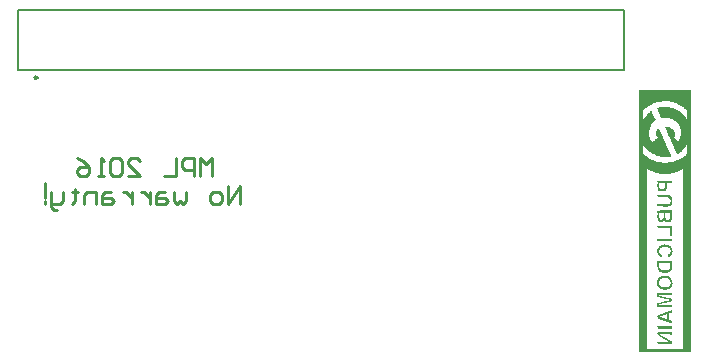
<source format=gbo>
G04 Layer_Color=13813960*
%FSLAX25Y25*%
%MOIN*%
G70*
G01*
G75*
%ADD34C,0.01000*%
%ADD57C,0.00984*%
%ADD61C,0.00787*%
G36*
X270888Y209646D02*
Y209536D01*
Y209383D01*
Y209186D01*
Y208902D01*
Y208596D01*
Y208202D01*
Y207787D01*
Y207306D01*
Y206803D01*
Y206234D01*
Y205622D01*
Y204987D01*
Y204309D01*
Y203588D01*
Y202822D01*
Y202057D01*
Y201226D01*
Y200395D01*
Y199520D01*
Y198623D01*
Y197705D01*
Y195824D01*
Y193877D01*
Y191865D01*
Y189853D01*
Y187797D01*
Y187776D01*
Y187666D01*
Y187513D01*
Y187316D01*
Y187032D01*
Y186726D01*
Y186332D01*
Y185917D01*
Y185436D01*
Y184933D01*
Y184364D01*
Y183752D01*
Y183117D01*
Y182439D01*
Y181718D01*
Y180974D01*
Y180187D01*
Y179378D01*
Y178525D01*
Y177650D01*
Y176775D01*
Y175856D01*
Y173976D01*
Y172007D01*
Y170017D01*
Y167983D01*
Y165949D01*
Y165928D01*
Y165818D01*
Y165665D01*
Y165468D01*
Y165184D01*
Y164878D01*
Y164484D01*
Y164069D01*
Y163587D01*
Y163084D01*
Y162516D01*
Y161904D01*
Y161269D01*
Y160591D01*
Y159870D01*
Y159104D01*
Y158339D01*
Y157508D01*
Y156676D01*
Y155802D01*
Y154905D01*
Y153987D01*
Y152106D01*
Y150159D01*
Y148147D01*
Y146135D01*
Y144079D01*
Y144058D01*
Y143948D01*
Y143795D01*
Y143598D01*
Y143314D01*
Y143008D01*
Y142614D01*
Y142199D01*
Y141718D01*
Y141214D01*
Y140646D01*
Y140055D01*
Y139399D01*
Y138721D01*
Y137999D01*
Y137256D01*
Y136469D01*
Y135660D01*
Y134807D01*
Y133954D01*
Y133057D01*
Y132138D01*
Y130258D01*
Y128311D01*
Y126321D01*
Y124287D01*
Y122253D01*
X253742D01*
Y122275D01*
Y122384D01*
Y122538D01*
Y122734D01*
Y123019D01*
Y123325D01*
Y123697D01*
Y124134D01*
Y124593D01*
Y125118D01*
Y125665D01*
Y126277D01*
Y126911D01*
Y127589D01*
Y128311D01*
Y129055D01*
Y129842D01*
Y130651D01*
Y131504D01*
Y132357D01*
Y133254D01*
Y134172D01*
Y136053D01*
Y137999D01*
Y140012D01*
Y142024D01*
Y144079D01*
Y144101D01*
Y144211D01*
Y144364D01*
Y144561D01*
Y144845D01*
Y145151D01*
Y145545D01*
Y145960D01*
Y146420D01*
Y146944D01*
Y147513D01*
Y148125D01*
Y148760D01*
Y149438D01*
Y150159D01*
Y150903D01*
Y151690D01*
Y152521D01*
Y153352D01*
Y154227D01*
Y155124D01*
Y156020D01*
Y157923D01*
Y159870D01*
Y161860D01*
Y163894D01*
Y165949D01*
Y165971D01*
Y166081D01*
Y166234D01*
Y166430D01*
Y166715D01*
Y167021D01*
Y167393D01*
Y167830D01*
Y168289D01*
Y168814D01*
Y169383D01*
Y169974D01*
Y170630D01*
Y171308D01*
Y172029D01*
Y172773D01*
Y173560D01*
Y174369D01*
Y175200D01*
Y176075D01*
Y176972D01*
Y177890D01*
Y179771D01*
Y181718D01*
Y183708D01*
Y185742D01*
Y187797D01*
Y187819D01*
Y187929D01*
Y188082D01*
Y188279D01*
Y188563D01*
Y188869D01*
Y189263D01*
Y189678D01*
Y190138D01*
Y190663D01*
Y191231D01*
Y191843D01*
Y192478D01*
Y193156D01*
Y193877D01*
Y194621D01*
Y195408D01*
Y196239D01*
Y197070D01*
Y197945D01*
Y198842D01*
Y199739D01*
Y201641D01*
Y203588D01*
Y205578D01*
Y207612D01*
Y209667D01*
X270888D01*
Y209646D01*
D02*
G37*
%LPC*%
G36*
X262928Y206015D02*
X262249D01*
X262075Y205993D01*
X261900D01*
X261681Y205972D01*
X261440Y205950D01*
X260894Y205884D01*
X260303Y205797D01*
X259669Y205665D01*
X259013Y205469D01*
X258991D01*
X258925Y205447D01*
X258838Y205403D01*
X258729Y205359D01*
X258575Y205293D01*
X258400Y205228D01*
X258182Y205140D01*
X257963Y205031D01*
X257482Y204790D01*
X256957Y204506D01*
X256410Y204156D01*
X255885Y203763D01*
X255863D01*
X255842Y203719D01*
X255710Y203631D01*
X255536Y203478D01*
X255361Y203303D01*
X255339Y203281D01*
X255317Y203260D01*
X255207Y203150D01*
X255054Y202997D01*
X254879Y202822D01*
Y202779D01*
Y202691D01*
Y202538D01*
Y202319D01*
Y202100D01*
Y201816D01*
Y201248D01*
Y201204D01*
Y201116D01*
Y200963D01*
Y200745D01*
Y200526D01*
Y200242D01*
Y199673D01*
X254901Y199717D01*
X254967Y199826D01*
X255098Y200023D01*
X255251Y200242D01*
X255426Y200504D01*
X255645Y200810D01*
X255885Y201116D01*
X256148Y201423D01*
X256170Y201466D01*
X256279Y201554D01*
X256432Y201707D01*
X256607Y201904D01*
X256848Y202122D01*
X257132Y202363D01*
X257416Y202604D01*
X257744Y202844D01*
X257766Y202800D01*
X257810Y202713D01*
X257876Y202538D01*
X257963Y202341D01*
X258050Y202100D01*
X258182Y201838D01*
X258444Y201248D01*
X258466Y201204D01*
X258510Y201116D01*
X258575Y200941D01*
X258663Y200745D01*
X258772Y200504D01*
X258903Y200242D01*
X259144Y199651D01*
X259122Y199629D01*
X259078Y199607D01*
X259013Y199564D01*
X258903Y199476D01*
X258663Y199279D01*
X258379Y198995D01*
X258050Y198623D01*
X257744Y198186D01*
X257460Y197661D01*
X257351Y197377D01*
X257241Y197070D01*
Y197049D01*
X257220Y196983D01*
X257198Y196896D01*
X257176Y196786D01*
X257154Y196633D01*
X257110Y196436D01*
X257088Y196239D01*
X257066Y196021D01*
X257045Y195518D01*
Y194971D01*
X257110Y194380D01*
X257176Y194096D01*
X257263Y193790D01*
Y193768D01*
X257285Y193724D01*
X257307Y193659D01*
X257329Y193571D01*
X257438Y193331D01*
X257547Y193046D01*
Y193025D01*
X257569Y192981D01*
X257613Y192915D01*
X257679Y192828D01*
X257832Y192631D01*
X257941Y192565D01*
X258072Y192500D01*
X258225D01*
X258313Y192522D01*
X258444Y192565D01*
X258554Y192609D01*
X258663Y192696D01*
X258772Y192828D01*
X258794Y192850D01*
X258816Y192893D01*
X258882Y192959D01*
X258947Y193025D01*
X259122Y193221D01*
X259341Y193418D01*
X259363Y193440D01*
X259406Y193527D01*
X259516Y193637D01*
X259691Y193724D01*
X259735Y193746D01*
X259778Y193812D01*
X259800Y193856D01*
Y193899D01*
X259756Y193965D01*
X259669Y194052D01*
X259647Y194074D01*
X259581Y194162D01*
X259494Y194293D01*
X259385Y194490D01*
X259297Y194730D01*
X259253Y194993D01*
X259210Y195299D01*
X259253Y195649D01*
Y195693D01*
X259297Y195802D01*
X259341Y195977D01*
X259428Y196174D01*
X259538Y196393D01*
X259691Y196611D01*
X259888Y196830D01*
X260150Y197005D01*
X260172Y197027D01*
X260303D01*
X260347Y197005D01*
X260391Y196939D01*
X260413Y196852D01*
Y196830D01*
Y196808D01*
X260456Y196699D01*
X260500Y196546D01*
X260566Y196436D01*
Y196414D01*
X260587Y196393D01*
X260653Y196261D01*
X260740Y196064D01*
X260850Y195824D01*
X260981Y195518D01*
X261156Y195190D01*
X261309Y194818D01*
X261484Y194446D01*
Y194424D01*
X261506Y194402D01*
X261550Y194271D01*
X261637Y194074D01*
X261747Y193812D01*
X261900Y193506D01*
X262031Y193156D01*
X262206Y192784D01*
X262359Y192412D01*
Y192390D01*
X262381Y192368D01*
X262424Y192237D01*
X262512Y192040D01*
X262643Y191778D01*
X262774Y191472D01*
X262928Y191144D01*
X263081Y190772D01*
X263256Y190400D01*
Y190378D01*
X263277Y190356D01*
X263343Y190225D01*
X263431Y190028D01*
X263540Y189766D01*
X263671Y189460D01*
X263846Y189132D01*
X263999Y188760D01*
X264174Y188388D01*
X264196Y188366D01*
X264262Y188279D01*
X264349Y188126D01*
X264437Y187907D01*
Y187885D01*
Y187863D01*
Y187732D01*
X264415Y187666D01*
X264371Y187601D01*
X264283Y187557D01*
X264174Y187535D01*
X264152D01*
X264087Y187513D01*
X263999D01*
X263890Y187491D01*
X263715Y187469D01*
X263540Y187448D01*
X263343Y187426D01*
X263103Y187404D01*
X262578Y187382D01*
X261987D01*
X261375Y187426D01*
X260719Y187535D01*
X260697D01*
X260631Y187557D01*
X260544Y187579D01*
X260413Y187601D01*
X260259Y187645D01*
X260084Y187688D01*
X259888Y187754D01*
X259647Y187819D01*
X259166Y188016D01*
X258641Y188235D01*
X258094Y188541D01*
X257547Y188891D01*
X257504Y188913D01*
X257416Y188979D01*
X257263Y189110D01*
X257066Y189263D01*
X256848Y189438D01*
X256607Y189656D01*
X256345Y189897D01*
X256104Y190159D01*
X256082Y190181D01*
X255995Y190291D01*
X255863Y190422D01*
X255710Y190619D01*
X255536Y190859D01*
X255339Y191122D01*
X255120Y191406D01*
X254923Y191712D01*
X254901D01*
X254879Y191647D01*
Y191603D01*
X254857Y191537D01*
Y191450D01*
X254879Y191319D01*
Y191297D01*
Y191253D01*
Y191187D01*
Y191100D01*
Y190903D01*
Y190728D01*
Y190706D01*
Y190641D01*
Y190531D01*
Y190400D01*
Y190247D01*
Y190072D01*
Y189678D01*
Y189656D01*
Y189591D01*
Y189481D01*
Y189350D01*
Y189197D01*
Y189022D01*
X254923Y188651D01*
X254945Y188607D01*
X255054Y188519D01*
X255186Y188388D01*
X255382Y188213D01*
X255601Y188016D01*
X255863Y187797D01*
X256148Y187579D01*
X256454Y187360D01*
X256498Y187338D01*
X256585Y187273D01*
X256760Y187163D01*
X256979Y187032D01*
X257220Y186879D01*
X257504Y186704D01*
X257832Y186551D01*
X258160Y186398D01*
X258204Y186376D01*
X258313Y186332D01*
X258488Y186245D01*
X258729Y186157D01*
X259013Y186070D01*
X259341Y185960D01*
X259669Y185851D01*
X260041Y185764D01*
X260084Y185742D01*
X260216Y185720D01*
X260391Y185676D01*
X260653Y185632D01*
X260937Y185589D01*
X261265Y185567D01*
X261615Y185523D01*
X262643D01*
X262949Y185545D01*
X263299Y185567D01*
X264043Y185676D01*
X264087D01*
X264218Y185698D01*
X264415Y185742D01*
X264655Y185807D01*
X264940Y185873D01*
X265268Y185960D01*
X265989Y186201D01*
X266033Y186223D01*
X266142Y186267D01*
X266339Y186332D01*
X266580Y186442D01*
X266864Y186573D01*
X267170Y186726D01*
X267498Y186901D01*
X267826Y187098D01*
X267870Y187120D01*
X267980Y187185D01*
X268133Y187316D01*
X268351Y187448D01*
X268592Y187645D01*
X268854Y187841D01*
X269139Y188082D01*
X269423Y188322D01*
X269445D01*
X269467Y188366D01*
X269576Y188476D01*
X269685Y188651D01*
X269729Y188760D01*
X269751Y188869D01*
Y188891D01*
Y188935D01*
Y189000D01*
Y189066D01*
Y189285D01*
Y189525D01*
Y189547D01*
Y189635D01*
Y189744D01*
Y189897D01*
X269773Y190072D01*
Y190291D01*
Y190706D01*
Y190728D01*
Y190794D01*
Y190925D01*
X269751Y191056D01*
Y191231D01*
Y191428D01*
Y191843D01*
X269729Y191822D01*
X269642Y191690D01*
X269532Y191494D01*
X269357Y191231D01*
X269161Y190947D01*
X268920Y190619D01*
X268657Y190291D01*
X268351Y189963D01*
X268307Y189919D01*
X268198Y189810D01*
X268045Y189656D01*
X267805Y189460D01*
X267542Y189219D01*
X267236Y188979D01*
X266908Y188716D01*
X266558Y188476D01*
X266536D01*
X266492Y188454D01*
X266427Y188432D01*
X266339D01*
X266296Y188454D01*
X266252Y188497D01*
X266230Y188585D01*
Y188607D01*
X266208Y188629D01*
X266186Y188694D01*
X266142Y188782D01*
X266055Y188979D01*
X265924Y189263D01*
X265792Y189613D01*
X265617Y189985D01*
X265443Y190378D01*
X265268Y190794D01*
Y190816D01*
X265246Y190838D01*
X265224Y190903D01*
X265180Y190991D01*
X265071Y191209D01*
X264961Y191494D01*
X264808Y191822D01*
X264633Y192215D01*
X264458Y192609D01*
X264262Y193025D01*
Y193046D01*
X264240Y193068D01*
X264218Y193134D01*
X264174Y193221D01*
X264087Y193418D01*
X263955Y193702D01*
X263802Y194052D01*
X263627Y194424D01*
X263452Y194818D01*
X263277Y195233D01*
Y195255D01*
X263256Y195277D01*
X263234Y195343D01*
X263190Y195430D01*
X263103Y195627D01*
X262971Y195911D01*
X262840Y196261D01*
X262687Y196633D01*
X262512Y197027D01*
X262337Y197442D01*
X262381Y197464D01*
X262490Y197508D01*
X262665Y197530D01*
X262753Y197508D01*
X262862Y197486D01*
X262884D01*
X262906Y197464D01*
X263037Y197420D01*
X263212Y197377D01*
X263409Y197355D01*
X263431D01*
X263518Y197333D01*
X263649Y197289D01*
X263824Y197223D01*
X264021Y197158D01*
X264240Y197049D01*
X264458Y196939D01*
X264699Y196808D01*
X264721Y196786D01*
X264808Y196742D01*
X264918Y196633D01*
X265049Y196524D01*
X265180Y196371D01*
X265333Y196174D01*
X265443Y195977D01*
X265552Y195736D01*
Y195714D01*
X265574Y195671D01*
X265596Y195605D01*
X265617Y195496D01*
X265661Y195255D01*
Y194949D01*
Y194927D01*
X265639Y194883D01*
Y194796D01*
X265596Y194687D01*
X265530Y194446D01*
X265399Y194184D01*
Y194162D01*
Y194096D01*
X265421Y194009D01*
X265443Y193877D01*
X265486Y193746D01*
X265574Y193615D01*
X265683Y193484D01*
X265836Y193352D01*
X265858Y193331D01*
X265902Y193287D01*
X265989Y193243D01*
X266099Y193156D01*
X266361Y192959D01*
X266645Y192762D01*
X266667D01*
X266689Y192784D01*
X266798Y192850D01*
X266930Y192981D01*
X266995Y193068D01*
X267039Y193178D01*
Y193199D01*
X267061Y193221D01*
X267105Y193352D01*
X267170Y193527D01*
X267302Y193702D01*
Y193724D01*
X267323Y193768D01*
X267345Y193834D01*
X267367Y193943D01*
X267411Y194052D01*
X267433Y194205D01*
X267520Y194555D01*
X267564Y194971D01*
X267608Y195452D01*
Y195955D01*
X267542Y196502D01*
Y196524D01*
X267520Y196567D01*
Y196633D01*
X267477Y196742D01*
X267455Y196874D01*
X267411Y197005D01*
X267302Y197355D01*
X267127Y197748D01*
X266930Y198164D01*
X266667Y198579D01*
X266339Y198995D01*
X266317Y199017D01*
X266296Y199039D01*
X266230Y199083D01*
X266164Y199170D01*
X265946Y199345D01*
X265639Y199542D01*
X265268Y199782D01*
X264852Y200001D01*
X264371Y200198D01*
X263846Y200351D01*
X263824D01*
X263780Y200373D01*
X263693D01*
X263605Y200395D01*
X263474Y200416D01*
X263299Y200438D01*
X262949Y200460D01*
X262512Y200482D01*
X262031D01*
X261528Y200438D01*
X261003Y200329D01*
X260981Y200373D01*
X260937Y200460D01*
X260872Y200635D01*
X260784Y200854D01*
X260675Y201095D01*
X260544Y201379D01*
X260281Y201969D01*
X260259Y202013D01*
X260216Y202100D01*
X260150Y202254D01*
X260041Y202472D01*
X259931Y202713D01*
X259800Y202975D01*
X259538Y203566D01*
Y203588D01*
X259559Y203609D01*
X259625Y203719D01*
X259778Y203828D01*
X259866Y203850D01*
X259997Y203872D01*
X260194D01*
X260391Y203916D01*
X260587Y203959D01*
X260609D01*
X260653Y203981D01*
X260719D01*
X260828Y204003D01*
X260959Y204025D01*
X261112Y204047D01*
X261484Y204091D01*
X261922Y204134D01*
X262949D01*
X263496Y204069D01*
X263518D01*
X263562Y204047D01*
X263649D01*
X263737Y204025D01*
X263868Y204003D01*
X264021Y203959D01*
X264393Y203872D01*
X264808Y203763D01*
X265268Y203588D01*
X265749Y203413D01*
X266230Y203172D01*
X266252D01*
X266274Y203150D01*
X266405Y203063D01*
X266623Y202953D01*
X266864Y202779D01*
X267170Y202582D01*
X267498Y202341D01*
X267848Y202057D01*
X268176Y201751D01*
X268220Y201707D01*
X268329Y201597D01*
X268482Y201423D01*
X268679Y201204D01*
X268920Y200920D01*
X269161Y200613D01*
X269423Y200263D01*
X269664Y199892D01*
X269685Y199870D01*
X269729Y199848D01*
X269751Y199870D01*
X269773Y199935D01*
Y200023D01*
Y200154D01*
Y200176D01*
Y200220D01*
X269751Y200285D01*
Y200395D01*
Y200591D01*
Y200766D01*
Y200788D01*
Y200854D01*
Y200963D01*
Y201095D01*
Y201248D01*
Y201444D01*
X269773Y201838D01*
Y201860D01*
Y201926D01*
Y202035D01*
X269751Y202166D01*
Y202341D01*
X269729Y202516D01*
X269685Y202910D01*
X269664Y202932D01*
X269554Y203019D01*
X269423Y203150D01*
X269226Y203325D01*
X269007Y203522D01*
X268745Y203741D01*
X268461Y203959D01*
X268154Y204178D01*
X268111Y204200D01*
X268001Y204266D01*
X267848Y204375D01*
X267630Y204506D01*
X267367Y204659D01*
X267083Y204834D01*
X266755Y205009D01*
X266427Y205162D01*
X266383Y205184D01*
X266274Y205228D01*
X266099Y205315D01*
X265858Y205403D01*
X265574Y205490D01*
X265246Y205600D01*
X264918Y205709D01*
X264546Y205797D01*
X264502D01*
X264371Y205840D01*
X264174Y205862D01*
X263933Y205906D01*
X263627Y205950D01*
X263299Y205972D01*
X262928Y206015D01*
D02*
G37*
G36*
X268220Y183402D02*
X268198D01*
X268176Y183358D01*
X268111Y183336D01*
X268023Y183271D01*
X267783Y183139D01*
X267455Y182986D01*
X267083Y182789D01*
X266667Y182592D01*
X266186Y182418D01*
X265705Y182243D01*
X265683D01*
X265639Y182221D01*
X265574Y182199D01*
X265464Y182177D01*
X265355Y182133D01*
X265202Y182111D01*
X264852Y182024D01*
X264458Y181936D01*
X263977Y181849D01*
X263496Y181783D01*
X262971Y181740D01*
X262731D01*
X262599Y181718D01*
X262097D01*
X261681Y181740D01*
X261200Y181783D01*
X260719Y181827D01*
X260194Y181914D01*
X260172D01*
X260128Y181936D01*
X260063D01*
X259953Y181958D01*
X259844Y182002D01*
X259691Y182024D01*
X259341Y182111D01*
X258947Y182243D01*
X258510Y182374D01*
X258029Y182571D01*
X257569Y182767D01*
X257547D01*
X257526Y182789D01*
X257394Y182833D01*
X257220Y182942D01*
X257023Y183074D01*
X257001D01*
X256979Y183096D01*
X256870Y183183D01*
X256695Y183249D01*
X256476Y183292D01*
X256454Y183271D01*
X256432Y183249D01*
X256410Y183227D01*
Y183183D01*
Y183161D01*
Y183096D01*
Y182986D01*
Y182855D01*
Y182658D01*
Y182439D01*
Y182177D01*
Y181893D01*
Y181565D01*
Y181215D01*
Y180843D01*
Y180427D01*
Y179990D01*
Y179509D01*
Y179028D01*
Y178503D01*
Y177978D01*
Y177409D01*
Y176250D01*
Y175004D01*
Y173713D01*
Y172379D01*
Y171023D01*
Y169624D01*
Y168224D01*
Y168202D01*
Y168136D01*
Y168027D01*
Y167896D01*
Y167699D01*
Y167480D01*
Y167218D01*
Y166934D01*
Y166605D01*
Y166256D01*
Y165884D01*
Y165468D01*
Y165031D01*
Y164550D01*
Y164069D01*
Y163544D01*
Y163019D01*
Y162450D01*
Y161291D01*
Y160045D01*
Y158754D01*
Y157420D01*
Y156064D01*
Y154665D01*
Y153265D01*
Y153243D01*
Y153177D01*
Y153068D01*
Y152937D01*
Y152740D01*
Y152521D01*
Y152259D01*
Y151974D01*
Y151646D01*
Y151296D01*
Y150925D01*
Y150509D01*
Y150072D01*
Y149591D01*
Y149109D01*
Y148585D01*
Y147491D01*
Y146332D01*
Y145085D01*
Y143817D01*
Y142483D01*
Y141105D01*
Y138328D01*
Y138306D01*
Y138240D01*
Y138131D01*
Y137999D01*
Y137803D01*
Y137584D01*
Y137322D01*
Y137037D01*
Y136709D01*
Y136359D01*
Y135987D01*
Y135572D01*
Y135135D01*
Y134653D01*
Y134172D01*
Y133647D01*
Y133123D01*
Y132554D01*
Y131395D01*
Y130148D01*
Y128858D01*
Y127524D01*
Y126168D01*
Y124768D01*
Y123369D01*
X268220D01*
Y123390D01*
Y123456D01*
Y123565D01*
Y123697D01*
Y123893D01*
Y124112D01*
Y124374D01*
Y124659D01*
Y124987D01*
Y125337D01*
Y125731D01*
Y126146D01*
Y126583D01*
Y127043D01*
Y127546D01*
Y128049D01*
Y128595D01*
Y129164D01*
Y130323D01*
Y131570D01*
Y132860D01*
Y134216D01*
Y135594D01*
Y136994D01*
Y138393D01*
Y138415D01*
Y138481D01*
Y138590D01*
Y138721D01*
Y138918D01*
Y139137D01*
Y139399D01*
Y139683D01*
Y140012D01*
Y140361D01*
Y140755D01*
Y141171D01*
Y141608D01*
Y142067D01*
Y142570D01*
Y143073D01*
Y143620D01*
Y144189D01*
Y145348D01*
Y146595D01*
Y147885D01*
Y149219D01*
Y150597D01*
Y151996D01*
Y153396D01*
Y153418D01*
Y153483D01*
Y153593D01*
Y153724D01*
Y153921D01*
Y154140D01*
Y154402D01*
Y154686D01*
Y155014D01*
Y155364D01*
Y155736D01*
Y156152D01*
Y156611D01*
Y157070D01*
Y157551D01*
Y158076D01*
Y158623D01*
Y159170D01*
Y160351D01*
Y161575D01*
Y162888D01*
Y164222D01*
Y165600D01*
Y166999D01*
Y168399D01*
Y168421D01*
Y168486D01*
Y168596D01*
Y168727D01*
Y168924D01*
Y169142D01*
Y169405D01*
Y169689D01*
Y170017D01*
Y170367D01*
Y170761D01*
Y171176D01*
Y171614D01*
Y172073D01*
Y172576D01*
Y173079D01*
Y173626D01*
Y174194D01*
Y175354D01*
Y176600D01*
Y177890D01*
Y179225D01*
Y180602D01*
Y182002D01*
Y183402D01*
D02*
G37*
%LPD*%
G36*
X264655Y142067D02*
X264633Y141980D01*
X264655Y141849D01*
X264699Y141674D01*
Y141652D01*
Y141630D01*
Y141542D01*
X264677Y141433D01*
X264633Y141389D01*
X264568Y141346D01*
X264393D01*
X264174Y141367D01*
X262075D01*
X261790Y141346D01*
X260325D01*
Y141324D01*
Y141302D01*
X260369Y141193D01*
X260413Y141127D01*
X260478Y141083D01*
X260566Y141061D01*
X260675Y141040D01*
X260740D01*
X260872Y141018D01*
X261047Y140974D01*
X261222Y140930D01*
X261265D01*
X261375Y140886D01*
X261528Y140843D01*
X261747Y140799D01*
X262009Y140733D01*
X262315Y140668D01*
X262949Y140536D01*
X262993D01*
X263103Y140493D01*
X263277Y140471D01*
X263496Y140405D01*
X263759Y140361D01*
X264043Y140296D01*
X264655Y140143D01*
Y140099D01*
X264633Y140012D01*
Y139858D01*
X264677Y139683D01*
Y139662D01*
Y139640D01*
X264699Y139530D01*
X264655Y139399D01*
X264612Y139334D01*
X264546Y139290D01*
X264502D01*
X264371Y139246D01*
X264174Y139202D01*
X263890Y139159D01*
X263584Y139071D01*
X263234Y139006D01*
X262862Y138918D01*
X262468Y138831D01*
X262446D01*
X262424Y138809D01*
X262359D01*
X262293Y138787D01*
X262075Y138743D01*
X261790Y138678D01*
X261484Y138612D01*
X261112Y138524D01*
X260740Y138437D01*
X260347Y138349D01*
Y138328D01*
Y138306D01*
Y138218D01*
X260369Y138153D01*
X260413Y138109D01*
X260478Y138087D01*
X260762D01*
X260915Y138109D01*
X264655D01*
Y138087D01*
X264633Y137999D01*
X264655Y137868D01*
X264699Y137693D01*
Y137671D01*
Y137650D01*
Y137562D01*
X264677Y137453D01*
X264633Y137387D01*
X264568Y137344D01*
X264371D01*
X264130Y137365D01*
X259778D01*
Y137387D01*
Y137431D01*
Y137496D01*
Y137562D01*
Y137781D01*
Y138043D01*
Y138065D01*
Y138109D01*
Y138174D01*
Y138240D01*
Y138459D01*
Y138699D01*
X259800D01*
X259822Y138721D01*
X259888D01*
X259975Y138743D01*
X260194Y138787D01*
X260478Y138853D01*
X260806Y138940D01*
X261200Y139027D01*
X261593Y139115D01*
X262009Y139202D01*
X262053D01*
X262118Y139224D01*
X262206Y139246D01*
X262403Y139290D01*
X262687Y139356D01*
X263015Y139421D01*
X263387Y139509D01*
X263780Y139618D01*
X264196Y139727D01*
X264174D01*
X264152Y139749D01*
X264087D01*
X263999Y139771D01*
X263802Y139837D01*
X263518Y139902D01*
X263190Y139990D01*
X262818Y140077D01*
X262424Y140187D01*
X262009Y140274D01*
X261965D01*
X261900Y140296D01*
X261812Y140318D01*
X261593Y140361D01*
X261309Y140427D01*
X260981Y140493D01*
X260587Y140580D01*
X260194Y140668D01*
X259778Y140755D01*
Y140777D01*
Y140821D01*
Y140886D01*
Y140974D01*
Y141193D01*
Y141433D01*
Y141455D01*
Y141499D01*
Y141564D01*
Y141630D01*
Y141849D01*
Y142111D01*
X264655D01*
Y142067D01*
D02*
G37*
G36*
X262490Y147819D02*
X262774Y147797D01*
X263081Y147754D01*
X263409Y147666D01*
X263452Y147644D01*
X263540Y147600D01*
X263693Y147535D01*
X263868Y147425D01*
X264087Y147272D01*
X264283Y147076D01*
X264458Y146835D01*
X264612Y146551D01*
X264633Y146507D01*
X264655Y146398D01*
X264699Y146245D01*
X264765Y146026D01*
X264787Y145763D01*
X264808Y145457D01*
X264787Y145129D01*
X264721Y144779D01*
Y144757D01*
X264699Y144736D01*
X264677Y144626D01*
X264590Y144451D01*
X264502Y144254D01*
X264349Y144036D01*
X264152Y143817D01*
X263912Y143620D01*
X263627Y143467D01*
X263584Y143445D01*
X263496Y143423D01*
X263321Y143358D01*
X263103Y143292D01*
X262840Y143248D01*
X262556Y143205D01*
X262228Y143183D01*
X261834D01*
X261725Y143205D01*
X261550Y143227D01*
X261331Y143270D01*
X261069Y143358D01*
X260806Y143467D01*
X260522Y143642D01*
X260259Y143839D01*
X260238Y143861D01*
X260194Y143904D01*
X260128Y143970D01*
X260041Y144079D01*
X259953Y144211D01*
X259866Y144364D01*
X259800Y144517D01*
X259735Y144714D01*
Y144736D01*
X259713Y144801D01*
X259691Y144911D01*
X259669Y145042D01*
X259647Y145195D01*
Y145370D01*
Y145763D01*
Y145807D01*
Y145895D01*
X259669Y146048D01*
X259735Y146245D01*
X259800Y146485D01*
X259910Y146726D01*
X260063Y146966D01*
X260281Y147207D01*
X260303Y147229D01*
X260391Y147294D01*
X260522Y147404D01*
X260697Y147513D01*
X260915Y147622D01*
X261156Y147710D01*
X261440Y147775D01*
X261725Y147819D01*
X261768D01*
X261878Y147841D01*
X262249D01*
X262490Y147819D01*
D02*
G37*
G36*
X264677Y152784D02*
X264655Y152696D01*
Y152543D01*
X264633Y152346D01*
Y152106D01*
Y151843D01*
X264677Y151275D01*
Y151231D01*
Y151143D01*
Y150990D01*
Y150794D01*
X264655Y150553D01*
X264612Y150312D01*
X264546Y150028D01*
X264437Y149766D01*
X264415Y149722D01*
X264349Y149634D01*
X264218Y149503D01*
X264065Y149350D01*
X263868Y149197D01*
X263605Y149044D01*
X263321Y148913D01*
X262993Y148825D01*
X262949D01*
X262840Y148803D01*
X262643Y148782D01*
X262424Y148760D01*
X261856D01*
X261550Y148803D01*
X261244Y148869D01*
X261222D01*
X261134Y148891D01*
X261025Y148934D01*
X260872Y148978D01*
X260719Y149066D01*
X260544Y149175D01*
X260369Y149306D01*
X260194Y149481D01*
X260172Y149503D01*
X260128Y149569D01*
X260041Y149678D01*
X259975Y149809D01*
X259888Y149984D01*
X259844Y150181D01*
X259800Y150400D01*
Y150640D01*
Y150662D01*
Y150728D01*
Y150837D01*
X259778Y150990D01*
Y151143D01*
Y151340D01*
Y151734D01*
Y151756D01*
Y151821D01*
Y151931D01*
Y152084D01*
Y152237D01*
Y152434D01*
Y152827D01*
X264677D01*
Y152784D01*
D02*
G37*
G36*
Y132751D02*
X264655Y132773D01*
X264677D01*
Y132751D01*
D02*
G37*
G36*
X260128Y128967D02*
X260172Y128945D01*
X260281Y128923D01*
X260413Y128902D01*
X260566Y128923D01*
X264677D01*
Y128902D01*
X264655Y128814D01*
Y128683D01*
X264677Y128486D01*
Y128464D01*
Y128442D01*
Y128333D01*
X264655Y128289D01*
X264612Y128245D01*
X264546Y128202D01*
X264283D01*
X264108Y128224D01*
X263562D01*
X263256Y128245D01*
X262206D01*
X261943Y128224D01*
X260631D01*
X260675Y128202D01*
X260806Y128114D01*
X261003Y128005D01*
X261265Y127874D01*
X261572Y127699D01*
X261900Y127502D01*
X262271Y127305D01*
X262643Y127086D01*
X262687Y127065D01*
X262818Y126977D01*
X263015Y126868D01*
X263277Y126715D01*
X263584Y126540D01*
X263912Y126343D01*
X264283Y126124D01*
X264655Y125905D01*
Y125862D01*
X264633Y125774D01*
X264655Y125643D01*
X264699Y125468D01*
Y125446D01*
Y125424D01*
X264721Y125315D01*
X264699Y125184D01*
X264612Y125031D01*
X259800D01*
Y125074D01*
Y125162D01*
Y125293D01*
X259778Y125468D01*
Y125512D01*
X259756Y125599D01*
X259778Y125709D01*
X259866Y125796D01*
X260041D01*
X260216Y125774D01*
X263715D01*
X263693Y125796D01*
X263562Y125862D01*
X263365Y125993D01*
X263124Y126124D01*
X262818Y126299D01*
X262490Y126496D01*
X262118Y126693D01*
X261747Y126911D01*
X261725D01*
X261703Y126933D01*
X261572Y126999D01*
X261375Y127108D01*
X261134Y127261D01*
X260828Y127436D01*
X260500Y127611D01*
X259800Y128049D01*
Y128092D01*
Y128180D01*
Y128289D01*
Y128442D01*
Y128486D01*
X259778Y128574D01*
Y128683D01*
Y128836D01*
X259800Y128858D01*
X259844Y128923D01*
X259953Y128967D01*
X260041Y128989D01*
X260128Y128967D01*
D02*
G37*
G36*
Y131045D02*
X260150D01*
X260172Y131023D01*
X260281Y131001D01*
X260434Y130979D01*
X260587Y131001D01*
X264655D01*
Y130979D01*
X264633Y130870D01*
X264655Y130739D01*
X264699Y130564D01*
Y130542D01*
Y130520D01*
X264721Y130411D01*
X264677Y130301D01*
X264612Y130236D01*
X264546Y130192D01*
X263824D01*
X263452Y130214D01*
X259800D01*
Y130236D01*
Y130323D01*
Y130432D01*
Y130564D01*
Y130586D01*
X259778Y130673D01*
Y130782D01*
Y130892D01*
X259800Y130914D01*
X259844Y131001D01*
X259953Y131045D01*
X260041Y131067D01*
X260128Y131045D01*
D02*
G37*
G36*
X264655Y136316D02*
X264633Y136228D01*
X264655Y136053D01*
X264677Y135856D01*
Y135834D01*
Y135813D01*
Y135703D01*
X264655Y135638D01*
X264612Y135572D01*
X264546Y135528D01*
X264458Y135506D01*
X264437D01*
X264415Y135485D01*
X264283Y135441D01*
X264108Y135397D01*
X263868Y135331D01*
X263846D01*
X263824Y135310D01*
X263693Y135222D01*
X263649Y135156D01*
X263605Y135091D01*
X263584Y134982D01*
X263605Y134850D01*
Y134828D01*
Y134785D01*
Y134697D01*
Y134588D01*
Y134303D01*
Y133997D01*
Y133976D01*
Y133932D01*
Y133844D01*
Y133735D01*
Y133451D01*
Y133144D01*
X263649Y133123D01*
X263759Y133057D01*
X263933Y133013D01*
X264152Y132969D01*
X264174D01*
X264196Y132948D01*
X264327Y132926D01*
X264502Y132838D01*
X264655Y132707D01*
Y132685D01*
X264633Y132598D01*
X264655Y132466D01*
X264677Y132313D01*
Y132291D01*
Y132270D01*
X264699Y132182D01*
Y132051D01*
X264655Y131942D01*
X264633D01*
X264590Y131963D01*
X264546Y131985D01*
X264437Y132007D01*
X264218Y132095D01*
X263890Y132204D01*
X263540Y132357D01*
X263124Y132488D01*
X262687Y132663D01*
X262228Y132816D01*
X262206D01*
X262162Y132838D01*
X262097Y132860D01*
X262009Y132882D01*
X261768Y132969D01*
X261462Y133079D01*
X261090Y133210D01*
X260697Y133363D01*
X260259Y133516D01*
X259800Y133691D01*
Y133735D01*
Y133822D01*
Y133954D01*
Y134107D01*
Y134150D01*
X259778Y134238D01*
Y134369D01*
Y134522D01*
X259800Y134566D01*
X259866Y134653D01*
X259975Y134741D01*
X260172Y134807D01*
X260216D01*
X260347Y134828D01*
X260522Y134894D01*
X260675Y134982D01*
X260719Y135003D01*
X260850Y135047D01*
X261047Y135113D01*
X261287Y135200D01*
X261593Y135310D01*
X261943Y135441D01*
X262315Y135572D01*
X262687Y135703D01*
X262731Y135725D01*
X262862Y135769D01*
X263059Y135834D01*
X263299Y135922D01*
X263605Y136031D01*
X263933Y136141D01*
X264655Y136359D01*
Y136316D01*
D02*
G37*
G36*
X262599Y158207D02*
X262906Y158186D01*
X263234Y158120D01*
X263277D01*
X263387Y158076D01*
X263540Y158011D01*
X263715Y157923D01*
X263933Y157792D01*
X264152Y157617D01*
X264371Y157398D01*
X264546Y157114D01*
X264568Y157070D01*
X264612Y156983D01*
X264655Y156830D01*
X264721Y156633D01*
X264787Y156392D01*
X264808Y156108D01*
X264787Y155802D01*
X264743Y155452D01*
Y155430D01*
X264721Y155408D01*
X264699Y155299D01*
X264612Y155146D01*
X264524Y154927D01*
X264371Y154730D01*
X264174Y154511D01*
X263933Y154315D01*
X263649Y154162D01*
X263627Y154140D01*
X263562Y154118D01*
X263452Y154096D01*
X263299Y154052D01*
X263190D01*
X263146Y154096D01*
Y154162D01*
X263168Y154249D01*
Y154271D01*
Y154293D01*
X263146Y154402D01*
X263168Y154577D01*
X263212Y154752D01*
X263234Y154796D01*
X263299Y154861D01*
X263409Y154927D01*
X263584Y154971D01*
X263605Y154992D01*
X263671Y155036D01*
X263780Y155124D01*
X263890Y155255D01*
X263999Y155430D01*
X264087Y155627D01*
X264130Y155867D01*
X264152Y156152D01*
Y156195D01*
X264130Y156283D01*
X264087Y156414D01*
X264043Y156567D01*
X263955Y156742D01*
X263824Y156917D01*
X263649Y157070D01*
X263431Y157179D01*
X263409Y157201D01*
X263321Y157223D01*
X263190Y157267D01*
X263037Y157311D01*
X262840Y157354D01*
X262599Y157398D01*
X262359Y157420D01*
X262053D01*
X261965Y157398D01*
X261834Y157376D01*
X261659Y157354D01*
X261462Y157289D01*
X261244Y157223D01*
X261025Y157136D01*
X260806Y157005D01*
X260784Y156983D01*
X260740Y156939D01*
X260653Y156851D01*
X260566Y156742D01*
X260478Y156611D01*
X260391Y156436D01*
X260347Y156239D01*
X260325Y155999D01*
Y155977D01*
Y155889D01*
X260347Y155758D01*
X260369Y155627D01*
X260434Y155452D01*
X260522Y155277D01*
X260653Y155124D01*
X260828Y154992D01*
X260872Y154971D01*
X260959Y154927D01*
X261069Y154861D01*
X261178Y154796D01*
X261200Y154774D01*
X261222Y154686D01*
X261244Y154577D01*
X261222Y154402D01*
Y154380D01*
X261244Y154293D01*
X261265Y154183D01*
X261244Y154074D01*
X261222Y154052D01*
X261200Y154008D01*
X261047D01*
X260981Y154052D01*
X260959D01*
X260894Y154074D01*
X260784Y154140D01*
X260653Y154205D01*
X260522Y154293D01*
X260369Y154402D01*
X260216Y154555D01*
X260063Y154752D01*
X260041Y154774D01*
X259997Y154840D01*
X259931Y154949D01*
X259866Y155080D01*
X259800Y155255D01*
X259735Y155452D01*
X259691Y155670D01*
Y155889D01*
Y155911D01*
Y155977D01*
Y156130D01*
Y156152D01*
Y156195D01*
X259713Y156327D01*
Y156349D01*
X259735Y156458D01*
X259756Y156589D01*
X259800Y156764D01*
X259888Y156961D01*
X259997Y157158D01*
X260128Y157376D01*
X260325Y157573D01*
X260347Y157595D01*
X260413Y157639D01*
X260522Y157726D01*
X260675Y157836D01*
X260850Y157923D01*
X261069Y158033D01*
X261287Y158120D01*
X261528Y158186D01*
X261572D01*
X261681Y158207D01*
X261834D01*
X262053Y158229D01*
X262315D01*
X262599Y158207D01*
D02*
G37*
G36*
X260128Y164397D02*
X260150D01*
X260172Y164375D01*
X260281Y164353D01*
X260434D01*
X260587Y164375D01*
X264677D01*
Y164331D01*
Y164222D01*
Y164069D01*
Y163850D01*
Y163587D01*
Y163303D01*
Y162691D01*
Y162647D01*
Y162538D01*
Y162385D01*
Y162166D01*
Y161904D01*
Y161619D01*
Y161007D01*
X264174D01*
X264087Y161029D01*
X264043Y161072D01*
X263999Y161116D01*
Y161182D01*
Y161291D01*
Y161313D01*
Y161379D01*
X264021Y161488D01*
Y161641D01*
Y161816D01*
Y161991D01*
Y162428D01*
Y162450D01*
Y162516D01*
Y162647D01*
Y162778D01*
Y162953D01*
Y163150D01*
Y163587D01*
X259800D01*
Y163609D01*
Y163697D01*
Y163806D01*
Y163937D01*
Y163959D01*
X259778Y164047D01*
Y164156D01*
Y164265D01*
X259800Y164287D01*
X259844Y164353D01*
X259953Y164418D01*
X260041D01*
X260128Y164397D01*
D02*
G37*
G36*
Y174763D02*
X260150D01*
X260172Y174741D01*
X260281Y174719D01*
X260434D01*
X260587Y174741D01*
X261528D01*
X262097Y174763D01*
X262556D01*
X262796Y174741D01*
X263037D01*
X263605Y174676D01*
X263627D01*
X263693Y174654D01*
X263780Y174632D01*
X263890Y174588D01*
X264021Y174522D01*
X264174Y174435D01*
X264305Y174304D01*
X264437Y174172D01*
X264458Y174151D01*
X264480Y174107D01*
X264546Y174019D01*
X264590Y173888D01*
X264655Y173757D01*
X264721Y173582D01*
X264743Y173407D01*
X264765Y173210D01*
Y173188D01*
X264787Y173101D01*
Y172970D01*
Y172795D01*
Y172598D01*
X264765Y172357D01*
X264721Y172095D01*
X264633Y171832D01*
X264612Y171789D01*
X264590Y171723D01*
X264502Y171592D01*
X264415Y171439D01*
X264262Y171308D01*
X264087Y171154D01*
X263890Y171045D01*
X263627Y170979D01*
X263584D01*
X263496Y170958D01*
X263343Y170936D01*
X263146Y170892D01*
X262906Y170870D01*
X262643Y170848D01*
X262359D01*
X262075Y170870D01*
X261943D01*
X261790Y170892D01*
X261593D01*
X261353Y170914D01*
X261090D01*
X260522Y170892D01*
X259931D01*
X259844Y170936D01*
X259800Y170979D01*
X259778Y171067D01*
X259756Y171154D01*
X259778Y171286D01*
Y171308D01*
X259756Y171373D01*
Y171483D01*
X259778Y171614D01*
Y171636D01*
X259822Y171679D01*
X259910Y171723D01*
X259975D01*
X260063Y171701D01*
X261506D01*
X261834Y171679D01*
X262403D01*
X262665Y171701D01*
X262971Y171723D01*
X263627Y171811D01*
X263649Y171832D01*
X263715Y171876D01*
X263824Y171942D01*
X263933Y172073D01*
X264043Y172226D01*
X264130Y172423D01*
X264174Y172663D01*
Y172948D01*
Y172992D01*
X264152Y173079D01*
X264108Y173210D01*
X264043Y173363D01*
X263933Y173538D01*
X263780Y173691D01*
X263584Y173801D01*
X263343Y173866D01*
X263321D01*
X263234Y173888D01*
X263124D01*
X262949Y173910D01*
X262774D01*
X262556Y173932D01*
X261965D01*
X261834Y173910D01*
X260719D01*
X260609Y173932D01*
X260434D01*
X260172Y173888D01*
X259975D01*
X259910Y173910D01*
X259844Y173954D01*
X259800Y174019D01*
Y174129D01*
Y174151D01*
Y174194D01*
Y174282D01*
X259778Y174369D01*
Y174391D01*
X259756Y174435D01*
Y174522D01*
X259778Y174632D01*
X259800Y174654D01*
X259844Y174719D01*
X259953Y174763D01*
X260041Y174785D01*
X260128Y174763D01*
D02*
G37*
G36*
X264677Y169514D02*
Y169405D01*
X264655Y169252D01*
Y169033D01*
Y168792D01*
Y168508D01*
X264699Y167896D01*
Y167852D01*
Y167743D01*
Y167590D01*
Y167371D01*
X264677Y167130D01*
X264633Y166846D01*
X264546Y166562D01*
X264458Y166256D01*
X264437Y166234D01*
X264393Y166168D01*
X264305Y166059D01*
X264174Y165949D01*
X264021Y165818D01*
X263824Y165709D01*
X263584Y165621D01*
X263299Y165578D01*
X263168D01*
X263015Y165600D01*
X262840Y165643D01*
X262665Y165709D01*
X262468Y165818D01*
X262315Y165993D01*
X262184Y166234D01*
Y166256D01*
X262162Y166299D01*
X262118Y166430D01*
X262097Y166474D01*
X262053Y166496D01*
X262031D01*
X261987Y166430D01*
Y166409D01*
X261965Y166387D01*
X261922Y166278D01*
X261834Y166146D01*
X261725Y166015D01*
X261703Y165993D01*
X261659Y165949D01*
X261550Y165884D01*
X261440Y165840D01*
X261287Y165775D01*
X261090Y165753D01*
X260894D01*
X260653Y165796D01*
X260631D01*
X260544Y165840D01*
X260434Y165884D01*
X260303Y165971D01*
X260172Y166081D01*
X260041Y166212D01*
X259931Y166387D01*
X259866Y166605D01*
Y166627D01*
X259844Y166715D01*
X259822Y166824D01*
X259800Y166999D01*
X259778Y167174D01*
Y167393D01*
Y167874D01*
Y167896D01*
Y167983D01*
Y168114D01*
X259800Y168289D01*
Y168486D01*
Y168705D01*
X259778Y169186D01*
Y169208D01*
X259756Y169252D01*
X259778Y169405D01*
X259800Y169471D01*
X259844Y169536D01*
X259931Y169558D01*
X260106D01*
X260172Y169536D01*
X260456D01*
X260653Y169558D01*
X264677D01*
Y169514D01*
D02*
G37*
G36*
X264655Y179465D02*
X264633Y179378D01*
X264655Y179225D01*
X264699Y179050D01*
Y179028D01*
Y179006D01*
X264721Y178896D01*
X264677Y178787D01*
X264612Y178721D01*
X264546Y178678D01*
X264262D01*
X263999Y178700D01*
X262796D01*
Y178678D01*
Y178590D01*
Y178459D01*
Y178284D01*
Y178087D01*
Y177847D01*
Y177584D01*
X262818Y177322D01*
Y177278D01*
Y177191D01*
X262796Y177059D01*
X262753Y176884D01*
X262709Y176709D01*
X262599Y176491D01*
X262468Y176294D01*
X262293Y176119D01*
X262271Y176097D01*
X262206Y176075D01*
X262075Y176031D01*
X261922Y175988D01*
X261747Y175944D01*
X261528Y175900D01*
X260981D01*
X260894Y175922D01*
X260762Y175944D01*
X260609Y175988D01*
X260434Y176075D01*
X260259Y176185D01*
X260084Y176359D01*
X259931Y176556D01*
Y176578D01*
X259910Y176644D01*
X259888Y176731D01*
X259844Y176863D01*
X259822Y177016D01*
X259800Y177191D01*
X259778Y177584D01*
Y177606D01*
Y177672D01*
Y177781D01*
Y177912D01*
Y178087D01*
Y178262D01*
X259800Y178634D01*
Y178678D01*
X259822Y178765D01*
Y178918D01*
X259800Y179115D01*
Y179159D01*
X259778Y179246D01*
X259800Y179378D01*
X259844Y179509D01*
X264655D01*
Y179465D01*
D02*
G37*
G36*
X260084Y160088D02*
X260128D01*
X260216Y160066D01*
X260325D01*
X260456Y160088D01*
X264655D01*
Y160066D01*
X264633Y159957D01*
X264655Y159826D01*
X264699Y159651D01*
Y159629D01*
Y159607D01*
Y159498D01*
X264677Y159388D01*
X264633Y159323D01*
X264568Y159279D01*
X263824D01*
X263474Y159301D01*
X259800D01*
Y159323D01*
Y159410D01*
Y159541D01*
X259778Y159673D01*
Y159695D01*
Y159782D01*
Y159891D01*
Y160001D01*
X259800Y160023D01*
X259844Y160066D01*
X259931Y160110D01*
X260084Y160088D01*
D02*
G37*
%LPC*%
G36*
X262206Y178700D02*
X260391D01*
Y178634D01*
Y178612D01*
Y178547D01*
X260413Y178459D01*
Y178328D01*
X260434Y178197D01*
Y178022D01*
X260413Y177628D01*
Y177606D01*
Y177541D01*
Y177431D01*
X260434Y177322D01*
X260478Y177191D01*
X260544Y177038D01*
X260653Y176906D01*
X260806Y176797D01*
X260828Y176775D01*
X260872Y176753D01*
X260959Y176731D01*
X261090Y176688D01*
X261397D01*
X261572Y176731D01*
X261768Y176797D01*
X261790Y176819D01*
X261856Y176841D01*
X261922Y176906D01*
X262009Y176994D01*
X262097Y177125D01*
X262184Y177256D01*
X262206Y177431D01*
Y177628D01*
Y177650D01*
Y177672D01*
Y177803D01*
Y177978D01*
Y178175D01*
Y178197D01*
Y178218D01*
Y178328D01*
Y178503D01*
Y178700D01*
D02*
G37*
G36*
X261812Y168792D02*
X260391D01*
Y168771D01*
Y168727D01*
X260413Y168661D01*
Y168596D01*
Y168377D01*
Y168136D01*
Y168114D01*
Y168071D01*
Y168005D01*
X260391Y167918D01*
Y167699D01*
Y167458D01*
Y167437D01*
Y167393D01*
Y167327D01*
X260413Y167240D01*
X260456Y166999D01*
X260522Y166890D01*
X260587Y166759D01*
Y166737D01*
X260631Y166715D01*
X260740Y166605D01*
X260937Y166518D01*
X261047Y166496D01*
X261200Y166518D01*
X261244D01*
X261375Y166562D01*
X261528Y166649D01*
X261681Y166802D01*
X261703Y166846D01*
X261768Y166955D01*
X261812Y167152D01*
Y167371D01*
Y167393D01*
Y167437D01*
Y167502D01*
Y167590D01*
X261834Y167808D01*
Y168071D01*
Y168093D01*
Y168136D01*
Y168202D01*
X261812Y168289D01*
Y168530D01*
Y168792D01*
D02*
G37*
G36*
X262315Y147054D02*
X262140D01*
X261943Y147032D01*
X261703Y147010D01*
X261440Y146944D01*
X261178Y146857D01*
X260894Y146704D01*
X260872Y146682D01*
X260784Y146616D01*
X260653Y146507D01*
X260544Y146354D01*
X260413Y146157D01*
X260303Y145938D01*
X260259Y145654D01*
Y145326D01*
Y145304D01*
X260281Y145217D01*
X260303Y145107D01*
X260369Y144954D01*
X260456Y144779D01*
X260566Y144604D01*
X260740Y144451D01*
X260937Y144298D01*
X260959Y144276D01*
X261047Y144232D01*
X261156Y144189D01*
X261309Y144123D01*
X261506Y144058D01*
X261703Y143992D01*
X261943Y143970D01*
X262424D01*
X262578Y143992D01*
X262774Y144036D01*
X262993Y144079D01*
X263234Y144167D01*
X263474Y144298D01*
X263496Y144320D01*
X263584Y144364D01*
X263671Y144451D01*
X263802Y144561D01*
X263933Y144714D01*
X264043Y144889D01*
X264130Y145107D01*
X264174Y145348D01*
Y145370D01*
Y145479D01*
Y145610D01*
X264152Y145785D01*
X264108Y145982D01*
X264021Y146179D01*
X263890Y146376D01*
X263715Y146573D01*
X263693Y146595D01*
X263605Y146638D01*
X263496Y146726D01*
X263343Y146813D01*
X263146Y146901D01*
X262949Y146966D01*
X262709Y147010D01*
X262446Y147032D01*
X262403D01*
X262315Y147054D01*
D02*
G37*
G36*
X264043Y152062D02*
X260391D01*
Y152040D01*
Y152018D01*
X260413Y151865D01*
Y151668D01*
Y151450D01*
Y151428D01*
Y151384D01*
X260391Y151318D01*
Y151253D01*
Y151034D01*
Y150815D01*
Y150794D01*
Y150728D01*
X260413Y150640D01*
X260434Y150509D01*
X260456Y150378D01*
X260522Y150225D01*
X260609Y150094D01*
X260740Y149962D01*
X260762Y149941D01*
X260806Y149897D01*
X260894Y149853D01*
X260981Y149787D01*
X261112Y149722D01*
X261265Y149656D01*
X261440Y149612D01*
X261615Y149591D01*
X261637D01*
X261725Y149569D01*
X262381D01*
X262862Y149634D01*
X262884D01*
X262971Y149656D01*
X263081Y149700D01*
X263234Y149766D01*
X263387Y149831D01*
X263562Y149941D01*
X263715Y150072D01*
X263868Y150247D01*
Y150269D01*
X263912Y150312D01*
X263933Y150400D01*
X263977Y150509D01*
X264021Y150640D01*
X264043Y150772D01*
X264065Y150947D01*
Y151122D01*
Y151143D01*
Y151209D01*
X264043Y151296D01*
Y151428D01*
Y151712D01*
Y152062D01*
D02*
G37*
G36*
X263015Y135025D02*
X262993D01*
X262906Y134982D01*
X262774Y134938D01*
X262599Y134894D01*
X262403Y134828D01*
X262184Y134763D01*
X261703Y134610D01*
X261681D01*
X261593Y134566D01*
X261462Y134522D01*
X261287Y134478D01*
X261090Y134413D01*
X260872Y134325D01*
X260391Y134172D01*
X260434Y134150D01*
X260500Y134129D01*
X260522Y134107D01*
X260587D01*
X260675Y134063D01*
X260784Y134019D01*
X260937Y133976D01*
X261134Y133910D01*
X261331Y133844D01*
X261790Y133713D01*
X261812D01*
X261900Y133669D01*
X262009Y133647D01*
X262162Y133582D01*
X262359Y133538D01*
X262556Y133473D01*
X263015Y133319D01*
Y133341D01*
Y133385D01*
Y133473D01*
Y133582D01*
Y133866D01*
Y134194D01*
Y134216D01*
Y134260D01*
Y134347D01*
Y134457D01*
Y134719D01*
Y135025D01*
D02*
G37*
G36*
X264043Y168792D02*
X262381D01*
Y168771D01*
Y168727D01*
Y168661D01*
Y168596D01*
X262403Y168377D01*
Y168136D01*
Y168114D01*
Y168071D01*
Y168005D01*
X262381Y167918D01*
Y167721D01*
Y167458D01*
Y167437D01*
Y167393D01*
Y167305D01*
X262403Y167196D01*
X262468Y166955D01*
X262534Y166802D01*
X262621Y166671D01*
Y166649D01*
X262665Y166605D01*
X262731Y166562D01*
X262796Y166496D01*
X262906Y166452D01*
X263037Y166409D01*
X263168Y166387D01*
X263343Y166409D01*
X263365D01*
X263409Y166430D01*
X263474D01*
X263562Y166474D01*
X263649Y166518D01*
X263759Y166584D01*
X263846Y166693D01*
X263912Y166802D01*
Y166824D01*
X263933Y166868D01*
X263955Y166934D01*
X263999Y167021D01*
X264043Y167240D01*
Y167502D01*
Y167524D01*
Y167568D01*
Y167633D01*
Y167699D01*
Y167918D01*
Y168158D01*
Y168180D01*
Y168202D01*
Y168268D01*
Y168355D01*
Y168552D01*
Y168792D01*
D02*
G37*
%LPD*%
D34*
X120472Y171653D02*
Y177652D01*
X116474Y171653D01*
Y177652D01*
X113475Y171653D02*
X111475D01*
X110476Y172653D01*
Y174653D01*
X111475Y175652D01*
X113475D01*
X114474Y174653D01*
Y172653D01*
X113475Y171653D01*
X102478Y175652D02*
Y172653D01*
X101479Y171653D01*
X100479Y172653D01*
X99479Y171653D01*
X98479Y172653D01*
Y175652D01*
X95481D02*
X93481D01*
X92481Y174653D01*
Y171653D01*
X95481D01*
X96480Y172653D01*
X95481Y173653D01*
X92481D01*
X90482Y175652D02*
Y171653D01*
Y173653D01*
X89482Y174653D01*
X88483Y175652D01*
X87483D01*
X84484D02*
Y171653D01*
Y173653D01*
X83484Y174653D01*
X82485Y175652D01*
X81485D01*
X77486D02*
X75487D01*
X74487Y174653D01*
Y171653D01*
X77486D01*
X78486Y172653D01*
X77486Y173653D01*
X74487D01*
X72488Y171653D02*
Y175652D01*
X69489D01*
X68489Y174653D01*
Y171653D01*
X65490Y176652D02*
Y175652D01*
X66490D01*
X64490D01*
X65490D01*
Y172653D01*
X64490Y171653D01*
X61492Y175652D02*
Y172653D01*
X60492Y171653D01*
X57493D01*
Y170654D01*
X58492Y169654D01*
X59492D01*
X57493Y171653D02*
Y175652D01*
X55493Y173653D02*
Y178651D01*
Y172653D02*
Y171653D01*
X111417Y181102D02*
Y187100D01*
X109418Y185101D01*
X107419Y187100D01*
Y181102D01*
X105419D02*
Y187100D01*
X102420D01*
X101421Y186101D01*
Y184101D01*
X102420Y183102D01*
X105419D01*
X99421Y187100D02*
Y181102D01*
X95423D01*
X83426D02*
X87425D01*
X83426Y185101D01*
Y186101D01*
X84426Y187100D01*
X86425D01*
X87425Y186101D01*
X81427D02*
X80427Y187100D01*
X78428D01*
X77428Y186101D01*
Y182102D01*
X78428Y181102D01*
X80427D01*
X81427Y182102D01*
Y186101D01*
X75429Y181102D02*
X73430D01*
X74429D01*
Y187100D01*
X75429Y186101D01*
X66432Y187100D02*
X68431Y186101D01*
X70431Y184101D01*
Y182102D01*
X69431Y181102D01*
X67432D01*
X66432Y182102D01*
Y183102D01*
X67432Y184101D01*
X70431D01*
D57*
X53130Y213818D02*
G03*
X53130Y213818I-492J0D01*
G01*
D61*
X46638Y216378D02*
X248638D01*
X46638Y236378D02*
X248638D01*
Y216378D02*
Y236378D01*
X46638Y216378D02*
Y236378D01*
M02*

</source>
